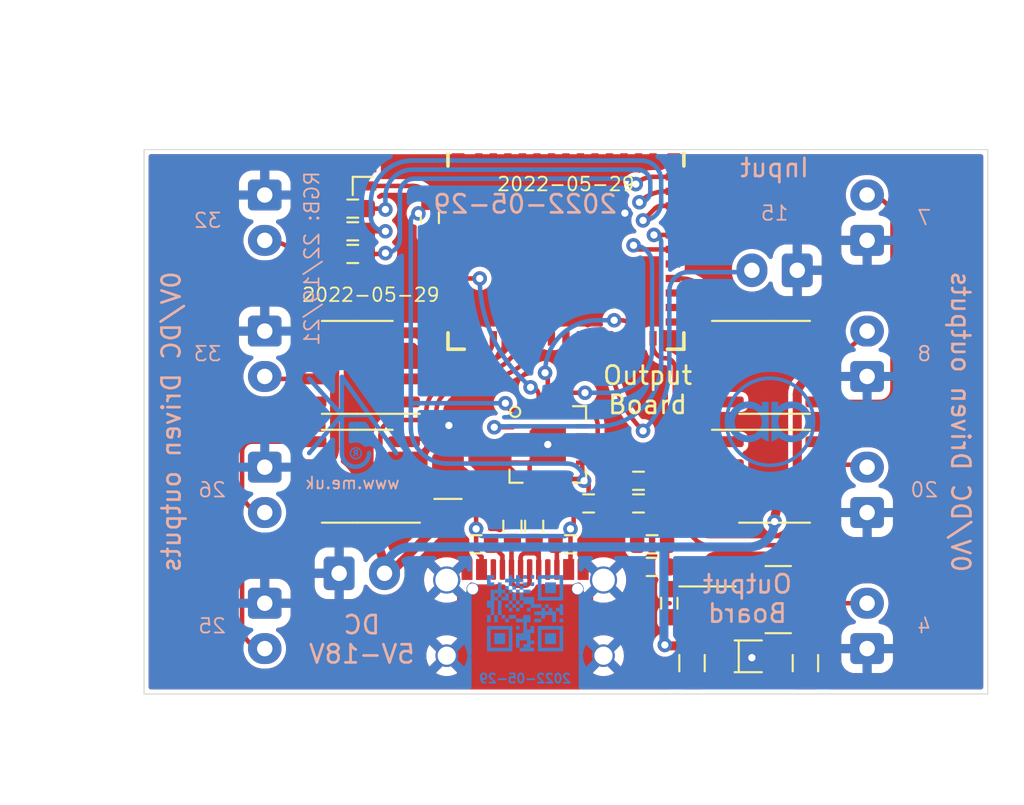
<source format=kicad_pcb>
(kicad_pcb (version 20211014) (generator pcbnew)
  (title_block (title "Output board (8)") (date "${DATE}") (rev "1") (company "Adrian Kennard, Andrews & Arnold Ltd"))
  (layers (0 "F.Cu" signal) (31 "B.Cu" signal) (34 "B.Paste" user) (35 "F.Paste" user) (36 "B.SilkS" user "B.Silkscreen") (37 "F.SilkS" user "F.Silkscreen") (38 "B.Mask" user) (39 "F.Mask" user) (44 "Edge.Cuts" user))
  (property "DATE" "2022-05-29")
  (net 0 "")
  (net 1 "GND")
  (net 2 "+3V3")
  (net 3 "VBUS")
  (net 4 "+12V")
  (net 6 "Net-(J1-PadA5)")
  (net 7 "Net-(J1-PadB5)")
  (net 9 "D-")
  (net 10 "D+")
  (net 11 "OUT1")
  (net 12 "OUT4")
  (net 13 "OUT3")
  (net 14 "O")
  (net 15 "I")
  (net 16 "OUT2")
  (net 24 "EN")
  (net 30 "BOOT")
  (net 31 "Net-(D1-Pad2)")
  (net 32 "Net-(D1-Pad3)")
  (net 33 "Net-(D1-Pad4)")
  (net 34 "OUT8")
  (net 35 "OUT7")
  (net 36 "OUT6")
  (net 37 "OUT5")
  (net 38 "O1")
  (net 39 "G")
  (net 40 "B")
  (net 41 "R")
  (net 42 "Net-(R2-Pad2)")
  (net 43 "O2")
  (net 48 "O5")
  (net 49 "O6")
  (net 51 "O3")
  (net 52 "O4")
  (net 55 "O7")
  (net 56 "O8")
  (net 60 "Net-(J1-PadA6)")
  (net 61 "Net-(J1-PadA7)")
  (net 62 "Net-(R11-Pad2)")
  (net 66 "I1")
  (footprint "RevK:Molex_MiniSPOX_H2RA" (layer "F.Cu") (at 88.15 41.75 -90)
    (fp_text reference "J4" hide)
    (fp_text value "O2")
  )
  (footprint "RevK:ESP32-PICO-MINI-02" (layer "F.Cu") (at 104.75 36)
    (fp_text reference "U1" hide)
    (fp_text value "ESP32-PICO-MINI-02")
  )
  (footprint "RevK:Hidden" (layer "F.Cu") (at 110.45 55.5 90)
    (fp_text reference "C2" hide)
    (fp_text value "0.1uF")
  )
  (footprint "RevK:QFN-20-1EP_4x4mm_P0.5mm_EP2.5x2.5mm" (layer "F.Cu") (at 103.75 46.75)
    (fp_text reference "U2" hide)
    (fp_text value "FT231XQ")
  )
  (footprint "RevK:Hidden" (layer "F.Cu") (at 111.7 58.8 90)
    (fp_text reference "C3" hide)
    (fp_text value "2.2uF")
  )
  (footprint "RevK:C_0603" (layer "F.Cu") (at 108.75 50)
    (fp_text reference "C1" hide)
    (fp_text value "0.1uF")
  )
  (footprint "RevK:R_0603" (layer "F.Cu") (at 105 52.25 180)
    (fp_text reference "R5" hide)
    (fp_text value "5K1")
  )
  (footprint "RevK:Hidden" (layer "F.Cu") (at 114.83 58.42)
    (fp_text reference "D3" hide)
    (fp_text value "Schottky")
  )
  (footprint "Package_SO:SO-8_3.9x4.9mm_P1.27mm" (layer "F.Cu") (at 116.25 42.5)
    (fp_text reference "U6" hide)
    (fp_text value "ISL89410")
  )
  (footprint "RevK:R_0603" (layer "F.Cu") (at 109.5 53.5)
    (fp_text reference "R12" hide)
    (fp_text value "30k 1% or NF")
  )
  (footprint "RevK:USC16-TR-Round" (layer "F.Cu") (at 102.5 60.5)
    (fp_text reference "J1" hide)
    (fp_text value "USB-C")
  )
  (footprint "RevK:Molex_MiniSPOX_H2RA" (layer "F.Cu") (at 88.15 34.25 -90)
    (fp_text reference "J3" hide)
    (fp_text value "O1")
  )
  (footprint "RevK:Hidden" (layer "F.Cu") (at 116.45 55.25)
    (fp_text reference "L1" hide)
    (fp_text value "6.8uH")
  )
  (footprint "RevK:R_0603" (layer "F.Cu") (at 109.5 52.25)
    (fp_text reference "R11" hide)
    (fp_text value "100k 1% or 0R")
  )
  (footprint "RevK:R_0603" (layer "F.Cu") (at 106 50)
    (fp_text reference "R2" hide)
    (fp_text value "4k7")
  )
  (footprint "Package_SO:SO-8_3.9x4.9mm_P1.27mm" (layer "F.Cu") (at 93.25 48.5 180)
    (fp_text reference "U5" hide)
    (fp_text value "ISL89410")
  )
  (footprint "RevK:Molex_MiniSPOX_H2RA" (layer "F.Cu") (at 121.35 34.25 90)
    (fp_text reference "J10" hide)
    (fp_text value "O8")
  )
  (footprint "RevK:D_1206" (layer "F.Cu") (at 98.25 49.25 90)
    (fp_text reference "D2" hide)
    (fp_text value "D")
  )
  (footprint "RevK:RegulatorBlockFB" (layer "F.Cu") (at 112.55 55.25)
    (fp_text reference "U7" hide)
    (fp_text value "LMR16006+FB")
  )
  (footprint "RevK:R_0603" (layer "F.Cu") (at 108.75 48.75)
    (fp_text reference "R3" hide)
    (fp_text value "10k")
  )
  (footprint "RevK:Molex_MiniSPOX_H2RA" (layer "F.Cu") (at 116.25 37.15 180)
    (fp_text reference "J11" hide)
    (fp_text value "O1")
  )
  (footprint "RevK:Molex_MiniSPOX_H2RA" (layer "F.Cu") (at 93.5 53.85)
    (fp_text reference "J2" hide)
    (fp_text value "POWER")
  )
  (footprint "RevK:R_0603" (layer "F.Cu") (at 93 35)
    (fp_text reference "R9" hide)
    (fp_text value "2K")
  )
  (footprint "RevK:Molex_MiniSPOX_H2RA" (layer "F.Cu") (at 88.15 56.75 -90)
    (fp_text reference "J6" hide)
    (fp_text value "O4")
  )
  (footprint "RevK:Molex_MiniSPOX_H2RA" (layer "F.Cu") (at 121.35 56.75 90)
    (fp_text reference "J7" hide)
    (fp_text value "O5")
  )
  (footprint "Package_SO:SO-8_3.9x4.9mm_P1.27mm" (layer "F.Cu") (at 116.25 48.5)
    (fp_text reference "U4" hide)
    (fp_text value "ISL89410")
  )
  (footprint "RevK:Molex_MiniSPOX_H2RA" (layer "F.Cu") (at 121.35 41.75 90)
    (fp_text reference "J9" hide)
    (fp_text value "O7")
  )
  (footprint "RevK:Molex_MiniSPOX_H2RA" (layer "F.Cu") (at 121.35 49.25 90)
    (fp_text reference "J8" hide)
    (fp_text value "O6")
  )
  (footprint "RevK:R_0603" (layer "F.Cu") (at 93 33.75)
    (fp_text reference "R8" hide)
    (fp_text value "680R")
  )
  (footprint "RevK:R_0603" (layer "F.Cu") (at 101.8 51.25 90)
    (fp_text reference "R6" hide)
    (fp_text value "27R")
  )
  (footprint "RevK:R_0603" (layer "F.Cu") (at 97.25 34.25 90)
    (fp_text reference "R1" hide)
    (fp_text value "10k")
  )
  (footprint "RevK:R_0603" (layer "F.Cu") (at 103 51.25 -90)
    (fp_text reference "R7" hide)
    (fp_text value "27R")
  )
  (footprint "RevK:LED-RGB-1.6x1.6" (layer "F.Cu") (at 93 32)
    (fp_text reference "D1" hide)
    (fp_text value "LED_RGBA")
  )
  (footprint "RevK:Molex_MiniSPOX_H2RA" (layer "F.Cu") (at 88.15 49.25 -90)
    (fp_text reference "J5" hide)
    (fp_text value "O3")
  )
  (footprint "RevK:R_0603" (layer "F.Cu") (at 99.8 52.25 180)
    (fp_text reference "R4" hide)
    (fp_text value "5K1")
  )
  (footprint "RevK:R_0603" (layer "F.Cu") (at 93 36.25)
    (fp_text reference "R10" hide)
    (fp_text value "220R")
  )
  (footprint "RevK:Hidden" (layer "F.Cu") (at 117.95 58.8 90)
    (fp_text reference "C4" hide)
    (fp_text value "10uF")
  )
  (footprint "Package_SO:SO-8_3.9x4.9mm_P1.27mm" (layer "F.Cu") (at 93.25 42.5 180)
    (fp_text reference "U3" hide)
    (fp_text value "ISL89410")
  )
  (footprint "RevK:AA" (layer "B.Cu") (at 116 45.5 180)
    (fp_text reference "U8" hide)
    (fp_text value "AA" hide)
  )
  (footprint "RevK:AJK" (layer "B.Cu") (at 92.4 45.125 180)
    (fp_text reference "AJK1" hide)
    (fp_text value "AJK" hide)
  )
  (footprint "RevK:QR-SS" (layer "B.Cu") (at 102.5 56.05 180)
    (fp_text reference "U9" hide)
    (fp_text value "QR" hide)
  )
  (gr_line (start 81.5 60.5) (end 81.5 30.5) (layer "Edge.Cuts") (width 0.05))
  (gr_line (start 81.5 60.5) (end 128 60.5) (layer "Edge.Cuts") (width 0.05))
  (gr_line (start 81.5 30.5) (end 128 30.5) (layer "Edge.Cuts") (width 0.05))
  (gr_line (start 128 30.5) (end 128 60.5) (layer "Edge.Cuts") (width 0.05))
  (gr_text "4" (at 124.5 56.75) (layer "B.SilkS") (effects (font (size 0.8 0.8) (thickness 0.1)) (justify mirror)))
  (gr_text "20" (at 124.5 49.25) (layer "B.SilkS") (effects (font (size 0.8 0.8) (thickness 0.1)) (justify mirror)))
  (gr_text "${DATE}" (at 102.5 33.5) (layer "B.SilkS") (effects (font (size 1 1)) (justify mirror)))
  (gr_text "0V/DC Driven outputs" (at 83 45.5 90) (layer "B.SilkS") (effects (font (size 1 1)) (justify mirror)))
  (gr_text "26" (at 85.25 49.25) (layer "B.SilkS") (effects (font (size 0.8 0.8) (thickness 0.1)) (justify mirror)))
  (gr_text "25" (at 85.25 56.75) (layer "B.SilkS") (effects (font (size 0.8 0.8) (thickness 0.1)) (justify mirror)))
  (gr_text "8" (at 124.5 41.75) (layer "B.SilkS") (effects (font (size 0.8 0.8) (thickness 0.1)) (justify mirror)))
  (gr_text "DC\n5V-18V" (at 93.5 57.5) (layer "B.SilkS") (effects (font (size 1 1)) (justify mirror)))
  (gr_text "15" (at 116.25 34) (layer "B.SilkS") (effects (font (size 0.8 0.8) (thickness 0.1)) (justify mirror)))
  (gr_text "RGB: 22/19/21" (at 90.75 36.5 90) (layer "B.SilkS") (effects (font (size 0.8 0.8) (thickness 0.1)) (justify mirror)))
  (gr_text "Output\nBoard" (at 114.75 55.25) (layer "B.SilkS") (effects (font (size 1 1)) (justify mirror)))
  (gr_text "32" (at 85 34.4) (layer "B.SilkS") (effects (font (size 0.8 0.8) (thickness 0.1)) (justify mirror)))
  (gr_text "7" (at 124.5 34.25) (layer "B.SilkS") (effects (font (size 0.8 0.8) (thickness 0.1)) (justify mirror)))
  (gr_text "Input" (at 116.25 31.5) (layer "B.SilkS") (effects (font (size 1 1)) (justify mirror)))
  (gr_text "0V/DC Driven outputs" (at 126.5 45.5 270) (layer "B.SilkS") (effects (font (size 1 1)) (justify mirror)))
  (gr_text "33" (at 85 41.75) (layer "B.SilkS") (effects (font (size 0.8 0.8) (thickness 0.1)) (justify mirror)))
  (gr_text "${DATE}" (at 94 38.5) (layer "F.SilkS") (effects (font (size 0.75 0.75) (thickness 0.1))))
  (gr_text "Output\nBoard" (at 109.25 43.75) (layer "F.SilkS") (effects (font (size 1 1))))
  (segment (start 101.85 47.75) (end 102.75 47.75) (width 0.25) (layer "F.Cu") (net 1))
  (segment (start 105.65 46.75) (end 103.75 46.75) (width 0.25) (layer "F.Cu") (net 1))
  (segment (start 101.85 47.25) (end 103.25 47.25) (width 0.25) (layer "F.Cu") (net 1))
  (segment (start 98.3 45.7) (end 96.354203 47.645797) (width 0.25) (layer "F.Cu") (net 1))
  (segment (start 102.75 48.65) (end 102.75 47.75) (width 0.25) (layer "F.Cu") (net 1))
  (segment (start 116.3125 58.42) (end 115.08 58.42) (width 0.5) (layer "F.Cu") (net 1))
  (segment (start 101.85 46.25) (end 103.25 46.25) (width 0.25) (layer "F.Cu") (net 1))
  (segment (start 101.85 46.75) (end 103.75 46.75) (width 0.25) (layer "F.Cu") (net 1))
  (segment (start 103.25 46.25) (end 103.75 46.75) (width 0.25) (layer "F.Cu") (net 1))
  (segment (start 102.75 47.75) (end 103.75 46.75) (width 0.25) (layer "F.Cu") (net 1))
  (via (at 115 58.5) (size 0.8) (drill 0.4) (layers "F.Cu" "B.Cu") (net 1))
  (via (at 108 34) (size 0.8) (drill 0.4) (layers "F.Cu" "B.Cu") (net 1))
  (via (at 98.3 45.7) (size 0.8) (drill 0.4) (layers "F.Cu" "B.Cu") (net 1))
  (via (at 103.75 46.75) (size 0.8) (drill 0.4) (layers "F.Cu" "B.Cu") (net 1))
  (arc (start 115.08 58.42) (mid 115.023431 58.443431) (end 115 58.5) (width 0.5) (layer "F.Cu") (net 1))
  (arc (start 96.354203 47.645797) (mid 96.111402 47.808031) (end 95.825 47.865) (width 0.25) (layer "F.Cu") (net 1))
  (segment (start 102.75 44.85) (end 101.85 44.85) (width 0.25) (layer "F.Cu") (net 2))
  (segment (start 108.675 50.7) (end 108.675 50.925) (width 0.25) (layer "F.Cu") (net 2))
  (segment (start 106.583217 50.975) (end 108.625 50.975) (width 0.25) (layer "F.Cu") (net 2))
  (segment (start 117.2 52.3) (end 112.624264 52.3) (width 0.25) (layer "F.Cu") (net 2))
  (segment (start 101.431962 44.573157) (end 101.431962 44.493551) (width 0.25) (layer "F.Cu") (net 2))
  (segment (start 97.20912 33.425) (end 96.620205 34.013915) (width 0.25) (layer "F.Cu") (net 2))
  (segment (start 105.65 47.25) (end 105.65 47.75) (width 0.25) (layer "F.Cu") (net 2))
  (segment (start 105.65 47.75) (end 105.65 48.65) (width 0.25) (layer "F.Cu") (net 2))
  (segment (start 98.85 33.6) (end 97.425 33.6) (width 0.25) (layer "F.Cu") (net 2))
  (segment (start 93.875 32.5) (end 96.325 32.5) (width 0.25) (layer "F.Cu") (net 2))
  (segment (start 118 55.25) (end 118 53.1) (width 0.25) (layer "F.Cu") (net 2))
  (segment (start 104.75 48.65) (end 105.65 48.65) (width 0.25) (layer "F.Cu") (net 2))
  (segment (start 101.431962 44.493551) (end 101.412911 44.4745) (width 0.25) (layer "F.Cu") (net 2))
  (segment (start 108.675 51.325) (end 108.675 52.25) (width 0.25) (layer "F.Cu") (net 2))
  (segment (start 108.675 50.925) (end 108.675 51.325) (width 0.25) (layer "F.Cu") (net 2))
  (segment (start 97.25 33.425) (end 97.20912 33.425) (width 0.25) (layer "F.Cu") (net 2))
  (segment (start 111.9 52) (end 111.7 51.8) (width 0.25) (layer "F.Cu") (net 2))
  (segment (start 106 49) (end 106 50.391783) (width 0.25) (layer "F.Cu") (net 2))
  (segment (start 108.75 51.4) (end 110.734315 51.4) (width 0.25) (layer "F.Cu") (net 2))
  (via (at 105.75 48.75) (size 0.8) (drill 0.4) (layers "F.Cu" "B.Cu") (net 2))
  (via (at 96.620205 34.013915) (size 0.8) (drill 0.4) (layers "F.Cu" "B.Cu") (net 2))
  (via (at 101.412911 44.4745) (size 0.8) (drill 0.4) (layers "F.Cu" "B.Cu") (net 2))
  (arc (start 101.85 44.85) (mid 101.599993 44.774161) (end 101.431962 44.573157) (width 0.25) (layer "F.Cu") (net 2))
  (arc (start 108.625 50.975) (mid 108.660355 50.960355) (end 108.675 50.925) (width 0.25) (layer "F.Cu") (net 2))
  (arc (start 106 50.391783) (mid 106.17082 50.80418) (end 106.583217 50.975) (width 0.25) (layer "F.Cu") (net 2))
  (arc (start 108.75 51.4) (mid 108.696967 51.378033) (end 108.675 51.325) (width 0.25) (layer "F.Cu") (net 2))
  (arc (start 105.65 48.65) (mid 105.679289 48.720711) (end 105.75 48.75) (width 0.25) (layer "F.Cu") (net 2))
  (arc (start 107.975 50) (mid 108.469975 50.205025) (end 108.675 50.7) (width 0.25) (layer "F.Cu") (net 2))
  (arc (start 117.95 55.3) (mid 117.985355 55.285355) (end 118 55.25) (width 0.25) (layer "F.Cu") (net 2))
  (arc (start 118 53.1) (mid 117.765685 52.534315) (end 117.2 52.3) (width 0.25) (layer "F.Cu") (net 2))
  (arc (start 105.75 48.75) (mid 105.926777 48.823223) (end 106 49) (width 0.25) (layer "F.Cu") (net 2))
  (arc (start 97.425 33.6) (mid 97.301256 33.548744) (end 97.25 33.425) (width 0.25) (layer "F.Cu") (net 2))
  (arc (start 96.325 32.5) (mid 96.979074 32.770926) (end 97.25 33.425) (width 0.25) (layer "F.Cu") (net 2))
  (arc (start 111.7 51.8) (mid 111.25694 51.503957) (end 110.734315 51.4) (width 0.25) (layer "F.Cu") (net 2))
  (arc (start 112.624264 52.3) (mid 112.232295 52.222033) (end 111.9 52) (width 0.25) (layer "F.Cu") (net 2))
  (segment (start 98.2 47.8) (end 104.7 47.8) (width 0.25) (layer "B.Cu") (net 2))
  (segment (start 104.7 47.8) (end 104.8 47.8) (width 0.25) (layer "B.Cu") (net 2))
  (segment (start 101.412911 44.4745) (end 96.2745 44.4745) (width 0.25) (layer "B.Cu") (net 2))
  (segment (start 96.2 45.8) (end 96.2 44.4) (width 0.25) (layer "B.Cu") (net 2))
  (segment (start 96.2 34.43412) (end 96.2 44.4) (width 0.25) (layer "B.Cu") (net 2))
  (arc (start 98.2 47.8) (mid 96.785786 47.214214) (end 96.2 45.8) (width 0.25) (layer "B.Cu") (net 2))
  (arc (start 104.8 47.8) (mid 105.471751 48.078249) (end 105.75 48.75) (width 0.25) (layer "B.Cu") (net 2))
  (arc (start 96.2745 44.4745) (mid 96.221821 44.452679) (end 96.2 44.4) (width 0.25) (layer "B.Cu") (net 2))
  (arc (start 96.620205 34.013915) (mid 96.323075 34.13699) (end 96.2 34.43412) (width 0.25) (layer "B.Cu") (net 2))
  (segment (start 99.8 49.4) (end 99.8 51.4) (width 0.25) (layer "F.Cu") (net 3))
  (segment (start 99.8 52.641783) (end 99.8 51.4) (width 0.25) (layer "F.Cu") (net 3))
  (segment (start 105 51.4) (end 105 53.54) (width 0.25) (layer "F.Cu") (net 3))
  (segment (start 105.175 50) (end 105.175 51.225) (width 0.25) (layer "F.Cu") (net 3))
  (segment (start 100.1 53.64) (end 100.1 52.941783) (width 0.25) (layer "F.Cu") (net 3))
  (segment (start 100.1 52.941783) (end 99.8 52.641783) (width 0.25) (layer "F.Cu") (net 3))
  (segment (start 105 53.54) (end 104.9 53.64) (width 0.25) (layer "F.Cu") (net 3))
  (via (at 105 51.4) (size 0.8) (drill 0.4) (layers "F.Cu" "B.Cu") (net 3))
  (via (at 99.8 51.4) (size 0.8) (drill 0.4) (layers "F.Cu" "B.Cu") (net 3))
  (arc (start 98.25 47.85) (mid 99.346016 48.303984) (end 99.8 49.4) (width 0.25) (layer "F.Cu") (net 3))
  (arc (start 105.175 51.225) (mid 105.123744 51.348744) (end 105 51.4) (width 0.25) (layer "F.Cu") (net 3))
  (segment (start 100.2 51.8) (end 104.6 51.8) (width 0.25) (layer "B.Cu") (net 3))
  (arc (start 99.8 51.4) (mid 99.917157 51.682843) (end 100.2 51.8) (width 0.25) (layer "B.Cu") (net 3))
  (arc (start 104.6 51.8) (mid 104.882843 51.682843) (end 105 51.4) (width 0.25) (layer "B.Cu") (net 3))
  (segment (start 93.75 51.5) (end 93.795405 51.545405) (width 0.5) (layer "F.Cu") (net 4))
  (segment (start 117.5 44.007151) (end 117.5 48.262849) (width 0.5) (layer "F.Cu") (net 4))
  (segment (start 91.127849 41.865) (end 90.675 41.865) (width 0.5) (layer "F.Cu") (net 4))
  (segment (start 93.466192 51.216193) (end 93.75 51.5) (width 0.5) (layer "F.Cu") (net 4))
  (segment (start 111.7 57.85) (end 110.32071 57.85) (width 0.5) (layer "F.Cu") (net 4))
  (segment (start 118.825 43.135) (end 118.372151 43.135) (width 0.5) (layer "F.Cu") (net 4))
  (segment (start 118.372151 49.135) (end 118.825 49.135) (width 0.5) (layer "F.Cu") (net 4))
  (segment (start 118.825 49.135) (end 118.115 49.135) (width 0.5) (layer "F.Cu") (net 4))
  (segment (start 90.675 47.865) (end 91.127849 47.865) (width 0.5) (layer "F.Cu") (net 4))
  (segment (start 111.6 56.6) (end 112.55 56.6) (width 0.25) (layer "F.Cu") (net 4))
  (segment (start 92 46.992849) (end 92 42.737151) (width 0.5) (layer "F.Cu") (net 4))
  (segment (start 98.25 50.65) (end 95.262132 53.637868) (width 0.5) (layer "F.Cu") (net 4))
  (via (at 110.2 57.8) (size 0.8) (drill 0.4) (layers "F.Cu" "B.Cu") (net 4))
  (via (at 116.25 51) (size 0.8) (drill 0.4) (layers "F.Cu" "B.Cu") (net 4))
  (arc (start 117.5 48.262849) (mid 117.755447 48.879553) (end 118.372151 49.135) (width 0.5) (layer "F.Cu") (net 4))
  (arc (start 118.115 49.135) (mid 116.796246 49.681246) (end 116.25 51) (width 0.5) (layer "F.Cu") (net 4))
  (arc (start 92.75 49.487151) (mid 92.936132 50.422902) (end 93.466192 51.216193) (width 0.5) (layer "F.Cu") (net 4))
  (arc (start 92 42.737151) (mid 91.744553 42.120447) (end 91.127849 41.865) (width 0.5) (layer "F.Cu") (net 4))
  (arc (start 91.127849 47.865) (mid 92.274883 48.340117) (end 92.75 49.487151) (width 0.5) (layer "F.Cu") (net 4))
  (arc (start 91.127849 47.865) (mid 91.744553 47.609553) (end 92 46.992849) (width 0.5) (layer "F.Cu") (net 4))
  (arc (start 95.262132 53.637868) (mid 95.027163 53.794869) (end 94.75 53.85) (width 0.5) (layer "F.Cu") (net 4))
  (arc (start 110.32071 57.85) (mid 110.255382 57.837005) (end 110.2 57.8) (width 0.5) (layer "F.Cu") (net 4))
  (arc (start 93.795405 51.545405) (mid 94.501908 52.602762) (end 94.75 53.85) (width 0.5) (layer "F.Cu") (net 4))
  (arc (start 118.372151 43.135) (mid 117.755447 43.390447) (end 117.5 44.007151) (width 0.5) (layer "F.Cu") (net 4))
  (segment (start 110.15 52.4) (end 114.85 52.4) (width 0.5) (layer "B.Cu") (net 4))
  (segment (start 96.2 52.4) (end 110.15 52.4) (width 0.5) (layer "B.Cu") (net 4))
  (segment (start 110.15 57.75) (end 110.15 52.4) (width 0.5) (layer "B.Cu") (net 4))
  (arc (start 110.2 57.8) (mid 110.164645 57.785355) (end 110.15 57.75) (width 0.5) (layer "B.Cu") (net 4))
  (arc (start 114.85 52.4) (mid 115.839949 51.989949) (end 116.25 51) (width 0.5) (layer "B.Cu") (net 4))
  (arc (start 96.2 52.4) (mid 95.174695 52.824695) (end 94.75 53.85) (width 0.5) (layer "B.Cu") (net 4))
  (segment (start 101.25 52.875) (end 101.25 53.64) (width 0.25) (layer "F.Cu") (net 6))
  (segment (start 100.625 52.25) (end 101.25 52.875) (width 0.25) (layer "F.Cu") (net 6))
  (segment (start 104.25 52.325) (end 104.25 53.64) (width 0.25) (layer "F.Cu") (net 7))
  (segment (start 104.175 52.25) (end 104.25 52.325) (width 0.25) (layer "F.Cu") (net 7))
  (segment (start 101.8 50.441783) (end 101.8 50.425) (width 0.25) (layer "F.Cu") (net 9))
  (segment (start 104.25 48.65) (end 104.25 50.15) (width 0.25) (layer "F.Cu") (net 9))
  (segment (start 103.2 51.2) (end 102.558217 51.2) (width 0.25) (layer "F.Cu") (net 9))
  (arc (start 102.558217 51.2) (mid 102.022077 50.977923) (end 101.8 50.441783) (width 0.25) (layer "F.Cu") (net 9))
  (arc (start 104.25 50.15) (mid 103.942462 50.892462) (end 103.2 51.2) (width 0.25) (layer "F.Cu") (net 9))
  (segment (start 103.75 48.65) (end 103.75 49.675) (width 0.25) (layer "F.Cu") (net 10))
  (arc (start 103.75 49.675) (mid 103.53033 50.20533) (end 103 50.425) (width 0.25) (layer "F.Cu") (net 10))
  (segment (start 99.95 40.9) (end 99.95 41.1) (width 0.25) (layer "F.Cu") (net 11))
  (segment (start 99.35 41.7) (end 98.065685 41.7) (width 0.25) (layer "F.Cu") (net 11))
  (segment (start 97.1 41.3) (end 96.798051 40.998051) (width 0.25) (layer "F.Cu") (net 11))
  (arc (start 96.798051 40.998051) (mid 96.351611 40.69975) (end 95.825 40.595) (width 0.25) (layer "F.Cu") (net 11))
  (arc (start 98.065685 41.7) (mid 97.54306 41.596043) (end 97.1 41.3) (width 0.25) (layer "F.Cu") (net 11))
  (arc (start 99.95 41.1) (mid 99.774264 41.524264) (end 99.35 41.7) (width 0.25) (layer "F.Cu") (net 11))
  (segment (start 102.032493 41.666528) (end 101.564016 42.135006) (width 0.25) (layer "F.Cu") (net 12))
  (segment (start 95.825 49.135) (end 95.483392 49.135) (width 0.25) (layer "F.Cu") (net 12))
  (segment (start 99.687946 42.7) (end 100.2 42.7) (width 0.25) (layer "F.Cu") (net 12))
  (segment (start 95.4 45.4) (end 96.6 45.4) (width 0.25) (layer "F.Cu") (net 12))
  (segment (start 94.524196 48.175804) (end 94.524196 46.275804) (width 0.25) (layer "F.Cu") (net 12))
  (segment (start 97.539694 43.77629) (end 97.857992 43.457992) (width 0.25) (layer "F.Cu") (net 12))
  (arc (start 100.2 42.7) (mid 100.9382 42.553163) (end 101.564016 42.135006) (width 0.25) (layer "F.Cu") (net 12))
  (arc (start 96.6 45.4) (mid 96.922456 45.266434) (end 97.056022 44.943978) (width 0.25) (layer "F.Cu") (net 12))
  (arc (start 102.35 40.9) (mid 102.267483 41.314842) (end 102.032493 41.666528) (width 0.25) (layer "F.Cu") (net 12))
  (arc (start 94.524196 46.275804) (mid 94.780713 45.656517) (end 95.4 45.4) (width 0.25) (layer "F.Cu") (net 12))
  (arc (start 95.483392 49.135) (mid 94.805138 48.854058) (end 94.524196 48.175804) (width 0.25) (layer "F.Cu") (net 12))
  (arc (start 97.056022 44.943978) (mid 97.181724 44.31203) (end 97.539694 43.77629) (width 0.25) (layer "F.Cu") (net 12))
  (arc (start 97.857992 43.457992) (mid 98.697582 42.896996) (end 99.687946 42.7) (width 0.25) (layer "F.Cu") (net 12))
  (segment (start 102.65 42.05) (end 102.56066 42.13934) (width 0.25) (layer "F.Cu") (net 13))
  (segment (start 96.005 46.595) (end 95.825 46.595) (width 0.25) (layer "F.Cu") (net 13))
  (segment (start 98.3 43.7) (end 98.024264 43.975736) (width 0.25) (layer "F.Cu") (net 13))
  (segment (start 102.690381 42.00962) (end 102.65 42.05) (width 0.25) (layer "F.Cu") (net 13))
  (segment (start 100 43.2) (end 99.507106 43.2) (width 0.25) (layer "F.Cu") (net 13))
  (arc (start 98.024264 43.975736) (mid 97.710263 44.445672) (end 97.6 45) (width 0.25) (layer "F.Cu") (net 13))
  (arc (start 102.56066 42.13934) (mid 101.385819 42.924343) (end 100 43.2) (width 0.25) (layer "F.Cu") (net 13))
  (arc (start 97.6 45) (mid 97.132835 46.127835) (end 96.005 46.595) (width 0.25) (layer "F.Cu") (net 13))
  (arc (start 99.507106 43.2) (mid 98.853825 43.329946) (end 98.3 43.7) (width 0.25) (layer "F.Cu") (net 13))
  (arc (start 103.15 40.9) (mid 103.030549 41.500522) (end 102.690381 42.00962) (width 0.25) (layer "F.Cu") (net 13))
  (segment (start 100.8 45.8) (end 101.8 45.8) (width 0.25) (layer "F.Cu") (net 14))
  (segment (start 110.65 35.2) (end 109.6 35.2) (width 0.25) (layer "F.Cu") (net 14))
  (via (at 109.6 35.2) (size 0.8) (drill 0.4) (layers "F.Cu" "B.Cu") (net 14))
  (via (at 100.8 45.8) (size 0.8) (drill 0.4) (layers "F.Cu" "B.Cu") (net 14))
  (arc (start 101.8 45.8) (mid 101.835355 45.785355) (end 101.85 45.75) (width 0.25) (layer "F.Cu") (net 14))
  (segment (start 106.5 45.75) (end 100.85 45.75) (width 0.25) (layer "B.Cu") (net 14))
  (segment (start 110 35.6) (end 110 42.25) (width 0.25) (layer "B.Cu") (net 14))
  (arc (start 109.6 35.2) (mid 109.882843 35.317157) (end 110 35.6) (width 0.25) (layer "B.Cu") (net 14))
  (arc (start 110 42.25) (mid 108.974874 44.724874) (end 106.5 45.75) (width 0.25) (layer "B.Cu") (net 14))
  (arc (start 100.85 45.75) (mid 100.814645 45.764645) (end 100.8 45.8) (width 0.25) (layer "B.Cu") (net 14))
  (segment (start 104.25 44.85) (end 104.25 44.452672) (width 0.25) (layer "F.Cu") (net 15))
  (segment (start 108.703195 36) (end 108.4755 35.772305) (width 0.25) (layer "F.Cu") (net 15))
  (segment (start 110.65 36) (end 108.703195 36) (width 0.25) (layer "F.Cu") (net 15))
  (segment (start 104.802672 43.9) (end 105.8 43.9) (width 0.25) (layer "F.Cu") (net 15))
  (via (at 105.8 43.9) (size 0.8) (drill 0.4) (layers "F.Cu" "B.Cu") (net 15))
  (via (at 108.4755 35.772305) (size 0.8) (drill 0.4) (layers "F.Cu" "B.Cu") (net 15))
  (arc (start 104.25 44.452672) (mid 104.411874 44.061874) (end 104.802672 43.9) (width 0.25) (layer "F.Cu") (net 15))
  (segment (start 105.8 43.9) (end 107.1 43.9) (width 0.25) (layer "B.Cu") (net 15))
  (segment (start 109.5 41.5) (end 109.5 36.796805) (width 0.25) (layer "B.Cu") (net 15))
  (arc (start 107.1 43.9) (mid 108.797056 43.197056) (end 109.5 41.5) (width 0.25) (layer "B.Cu") (net 15))
  (arc (start 109.5 36.796805) (mid 109.199931 36.072374) (end 108.4755 35.772305) (width 0.25) (layer "B.Cu") (net 15))
  (segment (start 96.949818 43.135) (end 95.825 43.135) (width 0.25) (layer "F.Cu") (net 16))
  (segment (start 99.207106 42.2) (end 99.45 42.2) (width 0.25) (layer "F.Cu") (net 16))
  (arc (start 98 42.7) (mid 97.518172 43.021947) (end 96.949818 43.135) (width 0.25) (layer "F.Cu") (net 16))
  (arc (start 99.45 42.2) (mid 100.369239 41.819239) (end 100.75 40.9) (width 0.25) (layer "F.Cu") (net 16))
  (arc (start 99.207106 42.2) (mid 98.553825 42.329946) (end 98 42.7) (width 0.25) (layer "F.Cu") (net 16))
  (segment (start 100 37.6) (end 98.85 37.6) (width 0.25) (layer "F.Cu") (net 24))
  (segment (start 103.25 44.05) (end 103.25 44.85) (width 0.25) (layer "F.Cu") (net 24))
  (segment (start 97.25 35.075) (end 97.25 36) (width 0.25) (layer "F.Cu") (net 24))
  (via (at 100 37.6) (size 0.8) (drill 0.4) (layers "F.Cu" "B.Cu") (net 24))
  (via (at 102.8 43.6) (size 0.8) (drill 0.4) (layers "F.Cu" "B.Cu") (net 24))
  (arc (start 102.8 43.6) (mid 103.118198 43.731802) (end 103.25 44.05) (width 0.25) (layer "F.Cu") (net 24))
  (arc (start 97.25 36) (mid 97.718629 37.131371) (end 98.85 37.6) (width 0.25) (layer "F.Cu") (net 24))
  (segment (start 102.262742 43.062741) (end 102.8 43.6) (width 0.25) (layer "B.Cu") (net 24))
  (arc (start 100 37.6) (mid 100.588067 40.556414) (end 102.262742 43.062741) (width 0.25) (layer "B.Cu") (net 24))
  (segment (start 107.409653 39.903473) (end 107.753473 39.903473) (width 0.25) (layer "F.Cu") (net 30))
  (segment (start 103.75 42.95) (end 103.75 44.85) (width 0.25) (layer "F.Cu") (net 30))
  (segment (start 103.6 42.8) (end 103.75 42.95) (width 0.25) (layer "F.Cu") (net 30))
  (via (at 103.6 42.8) (size 0.8) (drill 0.4) (layers "F.Cu" "B.Cu") (net 30))
  (via (at 107.409653 39.903473) (size 0.8) (drill 0.4) (layers "F.Cu" "B.Cu") (net 30))
  (arc (start 107.753473 39.903473) (mid 108.458124 40.195349) (end 108.75 40.9) (width 0.25) (layer "F.Cu") (net 30))
  (segment (start 106.496527 39.903473) (end 107.409653 39.903473) (width 0.25) (layer "B.Cu") (net 30))
  (arc (start 103.6 42.8) (mid 104.448373 40.751846) (end 106.496527 39.903473) (width 0.25) (layer "B.Cu") (net 30))
  (segment (start 92.125 32.5) (end 92.125 33.7) (width 0.25) (layer "F.Cu") (net 31))
  (segment (start 92.125 33.7) (end 92.175 33.75) (width 0.25) (layer "F.Cu") (net 31))
  (segment (start 91.25 32.2) (end 91.25 34.075) (width 0.25) (layer "F.Cu") (net 32))
  (segment (start 92.125 31.5) (end 91.95 31.5) (width 0.25) (layer "F.Cu") (net 32))
  (arc (start 91.95 31.5) (mid 91.455025 31.705025) (end 91.25 32.2) (width 0.25) (layer "F.Cu") (net 32))
  (arc (start 91.25 34.075) (mid 91.520926 34.729074) (end 92.175 35) (width 0.25) (layer "F.Cu") (net 32))
  (segment (start 92.25 36.25) (end 92.175 36.25) (width 0.25) (layer "F.Cu") (net 33))
  (segment (start 93 32.2) (end 93 35.5) (width 0.25) (layer "F.Cu") (net 33))
  (segment (start 93.875 31.5) (end 93.7 31.5) (width 0.25) (layer "F.Cu") (net 33))
  (arc (start 93 35.5) (mid 92.78033 36.03033) (end 92.25 36.25) (width 0.25) (layer "F.Cu") (net 33))
  (arc (start 93.7 31.5) (mid 93.205025 31.705025) (end 93 32.2) (width 0.25) (layer "F.Cu") (net 33))
  (segment (start 112.25 43.5) (end 112.25 40) (width 0.25) (layer "F.Cu") (net 34))
  (segment (start 113.675 44.405) (end 113.155 44.405) (width 0.25) (layer "F.Cu") (net 34))
  (arc (start 112.25 40) (mid 111.781371 38.868629) (end 110.65 38.4) (width 0.25) (layer "F.Cu") (net 34))
  (arc (start 113.155 44.405) (mid 112.515068 44.139932) (end 112.25 43.5) (width 0.25) (layer "F.Cu") (net 34))
  (segment (start 114.376072 39.75) (end 113.25 39.75) (width 0.25) (layer "F.Cu") (net 35))
  (segment (start 113.675 41.865) (end 113.951072 41.865) (width 0.25) (layer "F.Cu") (net 35))
  (segment (start 115 40.816072) (end 115 40.373928) (width 0.25) (layer "F.Cu") (net 35))
  (segment (start 111.1 37.6) (end 110.65 37.6) (width 0.25) (layer "F.Cu") (net 35))
  (arc (start 115 40.373928) (mid 114.817256 39.932744) (end 114.376072 39.75) (width 0.25) (layer "F.Cu") (net 35))
  (arc (start 113.25 39.75) (mid 112.896447 39.603553) (end 112.75 39.25) (width 0.25) (layer "F.Cu") (net 35))
  (arc (start 113.951072 41.865) (mid 114.692776 41.557776) (end 115 40.816072) (width 0.25) (layer "F.Cu") (net 35))
  (arc (start 112.75 39.25) (mid 112.266726 38.083274) (end 111.1 37.6) (width 0.25) (layer "F.Cu") (net 35))
  (segment (start 113.675 47.865) (end 113.354497 47.865) (width 0.25) (layer "F.Cu") (net 36))
  (segment (start 110.65 39.2) (end 110.95 39.2) (width 0.25) (layer "F.Cu") (net 36))
  (segment (start 111.800489 40.050489) (end 111.800489 46.310992) (width 0.25) (layer "F.Cu") (net 36))
  (arc (start 113.354497 47.865) (mid 112.255647 47.409842) (end 111.800489 46.310992) (width 0.25) (layer "F.Cu") (net 36))
  (arc (start 110.95 39.2) (mid 111.551387 39.449102) (end 111.800489 40.050489) (width 0.25) (layer "F.Cu") (net 36))
  (segment (start 109.55 41.3) (end 109.55 40.9) (width 0.25) (layer "F.Cu") (net 37))
  (segment (start 110.75 47.48) (end 110.75 42.5) (width 0.25) (layer "F.Cu") (net 37))
  (arc (start 110.25 42) (mid 109.755025 41.794975) (end 109.55 41.3) (width 0.25) (layer "F.Cu") (net 37))
  (arc (start 113.675 50.405) (mid 111.606713 49.548287) (end 110.75 47.48) (width 0.25) (layer "F.Cu") (net 37))
  (arc (start 110.75 42.5) (mid 110.603553 42.146447) (end 110.25 42) (width 0.25) (layer "F.Cu") (net 37))
  (segment (start 90.675 38.025) (end 90.675 40.595) (width 0.25) (layer "F.Cu") (net 38))
  (arc (start 88.15 35.5) (mid 89.935445 36.239555) (end 90.675 38.025) (width 0.25) (layer "F.Cu") (net 38))
  (segment (start 110.65 33.6) (end 110 33.6) (width 0.25) (layer "F.Cu") (net 39))
  (segment (start 109.658578 33.741421) (end 109 34.4) (width 0.25) (layer "F.Cu") (net 39))
  (segment (start 93.825 35) (end 94.8 35) (width 0.25) (layer "F.Cu") (net 39))
  (via (at 109 34.4) (size 0.8) (drill 0.4) (layers "F.Cu" "B.Cu") (net 39))
  (via (at 94.8 35) (size 0.8) (drill 0.4) (layers "F.Cu" "B.Cu") (net 39))
  (arc (start 110 33.6) (mid 109.815224 33.636754) (end 109.658578 33.741421) (width 0.25) (layer "F.Cu") (net 39))
  (segment (start 108.9 31.1) (end 96.3 31.1) (width 0.25) (layer "B.Cu") (net 39))
  (segment (start 110 33.4) (end 110 32.2) (width 0.25) (layer "B.Cu") (net 39))
  (segment (start 94 33.4) (end 94 34.2) (width 0.25) (layer "B.Cu") (net 39))
  (arc (start 109 34.4) (mid 109.707107 34.107107) (end 110 33.4) (width 0.25) (layer "B.Cu") (net 39))
  (arc (start 96.3 31.1) (mid 94.673654 31.773654) (end 94 33.4) (width 0.25) (layer "B.Cu") (net 39))
  (arc (start 110 32.2) (mid 109.677817 31.422183) (end 108.9 31.1) (width 0.25) (layer "B.Cu") (net 39))
  (arc (start 94 34.2) (mid 94.234315 34.765685) (end 94.8 35) (width 0.25) (layer "B.Cu") (net 39))
  (segment (start 110.65 32) (end 109.565685 32) (width 0.25) (layer "F.Cu") (net 40))
  (segment (start 93.825 36.25) (end 94.75 36.25) (width 0.25) (layer "F.Cu") (net 40))
  (via (at 108.6 32.4) (size 0.8) (drill 0.4) (layers "F.Cu" "B.Cu") (net 40))
  (via (at 94.8 36.2) (size 0.8) (drill 0.4) (layers "F.Cu" "B.Cu") (net 40))
  (arc (start 94.75 36.25) (mid 94.785355 36.235355) (end 94.8 36.2) (width 0.25) (layer "F.Cu") (net 40))
  (arc (start 109.565685 32) (mid 109.04306 32.103957) (end 108.6 32.4) (width 0.25) (layer "F.Cu") (net 40))
  (segment (start 95.6 35.4) (end 95.6 32.9) (width 0.25) (layer "B.Cu") (net 40))
  (segment (start 108.3 32.1) (end 96.4 32.1) (width 0.25) (layer "B.Cu") (net 40))
  (arc (start 108.6 32.4) (mid 108.512132 32.187868) (end 108.3 32.1) (width 0.25) (layer "B.Cu") (net 40))
  (arc (start 94.8 36.2) (mid 95.365685 35.965685) (end 95.6 35.4) (width 0.25) (layer "B.Cu") (net 40))
  (arc (start 108.4 32.2) (mid 108.541421 32.258579) (end 108.6 32.4) (width 0.25) (layer "B.Cu") (net 40))
  (arc (start 96.4 32.1) (mid 95.834315 32.334315) (end 95.6 32.9) (width 0.25) (layer "B.Cu") (net 40))
  (segment (start 93.825 33.75) (end 94.75 33.75) (width 0.25) (layer "F.Cu") (net 41))
  (segment (start 110.65 32.8) (end 110.248528 32.8) (width 0.25) (layer "F.Cu") (net 41))
  (via (at 94.8 33.8) (size 0.8) (drill 0.4) (layers "F.Cu" "B.Cu") (net 41))
  (via (at 108.8 33.4) (size 0.8) (drill 0.4) (layers "F.Cu" "B.Cu") (net 41))
  (arc (start 110.248528 32.8) (mid 109.464591 32.955935) (end 108.8 33.4) (width 0.25) (layer "F.Cu") (net 41))
  (arc (start 94.75 33.75) (mid 94.785355 33.764645) (end 94.8 33.8) (width 0.25) (layer "F.Cu") (net 41))
  (segment (start 96.3 31.6) (end 108.7 31.6) (width 0.25) (layer "B.Cu") (net 41))
  (segment (start 94.8 33.8) (end 94.8 33.1) (width 0.25) (layer "B.Cu") (net 41))
  (segment (start 109.4 32.8) (end 109.4 32.3) (width 0.25) (layer "B.Cu") (net 41))
  (arc (start 109.4 32.3) (mid 109.194975 31.805025) (end 108.7 31.6) (width 0.25) (layer "B.Cu") (net 41))
  (arc (start 108.8 33.4) (mid 109.224264 33.224264) (end 109.4 32.8) (width 0.25) (layer "B.Cu") (net 41))
  (arc (start 94.8 33.1) (mid 95.23934 32.03934) (end 96.3 31.6) (width 0.25) (layer "B.Cu") (net 41))
  (segment (start 106.5 45.702672) (end 106.5 48.75) (width 0.25) (layer "F.Cu") (net 42))
  (segment (start 107.925 48.75) (end 106.5 48.75) (width 0.25) (layer "F.Cu") (net 42))
  (segment (start 106.5 48.75) (end 106.5 49.675) (width 0.25) (layer "F.Cu") (net 42))
  (segment (start 104.75 44.85) (end 105.647328 44.85) (width 0.25) (layer "F.Cu") (net 42))
  (arc (start 105.647328 44.85) (mid 106.250258 45.099742) (end 106.5 45.702672) (width 0.25) (layer "F.Cu") (net 42))
  (arc (start 106.5 49.675) (mid 106.59519 49.90481) (end 106.825 50) (width 0.25) (layer "F.Cu") (net 42))
  (segment (start 90.675 43.135) (end 88.285 43.135) (width 0.25) (layer "F.Cu") (net 43))
  (arc (start 88.285 43.135) (mid 88.189541 43.095459) (end 88.15 43) (width 0.25) (layer "F.Cu") (net 43))
  (segment (start 121.35 55.5) (end 120 55.5) (width 0.25) (layer "F.Cu") (net 48))
  (segment (start 119.5 55) (end 119.5 51.08) (width 0.25) (layer "F.Cu") (net 48))
  (arc (start 120 55.5) (mid 119.646447 55.353553) (end 119.5 55) (width 0.25) (layer "F.Cu") (net 48))
  (arc (start 119.5 51.08) (mid 119.302297 50.602703) (end 118.825 50.405) (width 0.25) (layer "F.Cu") (net 48))
  (segment (start 118.825 47.865) (end 121.215 47.865) (width 0.25) (layer "F.Cu") (net 49))
  (arc (start 121.215 47.865) (mid 121.310459 47.904541) (end 121.35 48) (width 0.25) (layer "F.Cu") (net 49))
  (segment (start 87.467507 46.595) (end 90.675 46.595) (width 0.25) (layer "F.Cu") (net 51))
  (segment (start 86.90048 49.25048) (end 86.90048 47.162027) (width 0.25) (layer "F.Cu") (net 51))
  (arc (start 86.90048 47.162027) (mid 87.066558 46.761078) (end 87.467507 46.595) (width 0.25) (layer "F.Cu") (net 51))
  (arc (start 88.15 50.5) (mid 87.266456 50.134024) (end 86.90048 49.25048) (width 0.25) (layer "F.Cu") (net 51))
  (segment (start 86.90048 53.69952) (end 86.90048 56.75048) (width 0.25) (layer "F.Cu") (net 52))
  (segment (start 91.87452 50.058448) (end 91.87452 50.751552) (width 0.25) (layer "F.Cu") (net 52))
  (segment (start 90.426072 52.2) (end 88.4 52.2) (width 0.25) (layer "F.Cu") (net 52))
  (segment (start 90.675 49.135) (end 90.951072 49.135) (width 0.25) (layer "F.Cu") (net 52))
  (arc (start 90.951072 49.135) (mid 91.604048 49.405472) (end 91.87452 50.058448) (width 0.25) (layer "F.Cu") (net 52))
  (arc (start 88.4 52.2) (mid 87.339679 52.639199) (end 86.90048 53.69952) (width 0.25) (layer "F.Cu") (net 52))
  (arc (start 91.87452 50.751552) (mid 91.450279 51.775759) (end 90.426072 52.2) (width 0.25) (layer "F.Cu") (net 52))
  (arc (start 86.90048 56.75048) (mid 87.266456 57.634024) (end 88.15 58) (width 0.25) (layer "F.Cu") (net 52))
  (segment (start 120.805244 41.044756) (end 121.35 40.5) (width 0.25) (layer "F.Cu") (net 55))
  (arc (start 118.825 41.865) (mid 119.8967 41.651826) (end 120.805244 41.044756) (width 0.25) (layer "F.Cu") (net 55))
  (segment (start 118.825 44.405) (end 122.032493 44.405) (width 0.25) (layer "F.Cu") (net 56))
  (segment (start 122.75 43.687493) (end 122.75 34.4) (width 0.25) (layer "F.Cu") (net 56))
  (arc (start 122.032493 44.405) (mid 122.539847 44.194847) (end 122.75 43.687493) (width 0.25) (layer "F.Cu") (net 56))
  (arc (start 122.75 34.4) (mid 122.339949 33.410051) (end 121.35 33) (width 0.25) (layer "F.Cu") (net 56))
  (segment (start 103.25 53.64) (end 103.25 52.325) (width 0.25) (layer "F.Cu") (net 60))
  (segment (start 102.25 53.004994) (end 102.25 53.64) (width 0.25) (layer "F.Cu") (net 60))
  (segment (start 102.990486 52.74548) (end 102.509514 52.74548) (width 0.25) (layer "F.Cu") (net 60))
  (arc (start 102.509514 52.74548) (mid 102.32601 52.82149) (end 102.25 53.004994) (width 0.25) (layer "F.Cu") (net 60))
  (arc (start 103.25 53.004994) (mid 103.17399 52.82149) (end 102.990486 52.74548) (width 0.25) (layer "F.Cu") (net 60))
  (arc (start 103.25 52.325) (mid 103.176777 52.148223) (end 103 52.075) (width 0.25) (layer "F.Cu") (net 60))
  (segment (start 102.490486 54.53452) (end 102.009514 54.53452) (width 0.25) (layer "F.Cu") (net 61))
  (segment (start 101.75 53.64) (end 101.75 52.125) (width 0.25) (layer "F.Cu") (net 61))
  (segment (start 101.75 54.275006) (end 101.75 53.64) (width 0.25) (layer "F.Cu") (net 61))
  (segment (start 102.75 53.64) (end 102.75 54.275006) (width 0.25) (layer "F.Cu") (net 61))
  (arc (start 102.009514 54.53452) (mid 101.82601 54.45851) (end 101.75 54.275006) (width 0.25) (layer "F.Cu") (net 61))
  (arc (start 102.75 54.275006) (mid 102.67399 54.45851) (end 102.490486 54.53452) (width 0.25) (layer "F.Cu") (net 61))
  (arc (start 101.75 52.125) (mid 101.764645 52.089645) (end 101.8 52.075) (width 0.25) (layer "F.Cu") (net 61))
  (segment (start 110.325 53.5) (end 111.2 53.5) (width 0.25) (layer "F.Cu") (net 62))
  (segment (start 110.325 52.25) (end 110.325 53.5) (width 0.25) (layer "F.Cu") (net 62))
  (arc (start 111.2 53.5) (mid 111.482843 53.617157) (end 111.6 53.9) (width 0.25) (layer "F.Cu") (net 62))
  (segment (start 107.15 41.533705) (end 107.15 40.9) (width 0.25) (layer "F.Cu") (net 66))
  (via (at 109 46) (size 0.8) (drill 0.4) (layers "F.Cu" "B.Cu") (net 66))
  (arc (start 109 46) (mid 107.630799 43.950847) (end 107.15 41.533705) (width 0.25) (layer "F.Cu") (net 66))
  (segment (start 110.449511 42.500571) (end 110.449511 38.300489) (width 0.25) (layer "B.Cu") (net 66))
  (segment (start 111.5 37.25) (end 114.9 37.25) (width 0.25) (layer "B.Cu") (net 66))
  (arc (start 110.449511 38.300489) (mid 110.757192 37.557681) (end 111.5 37.25) (width 0.25) (layer "B.Cu") (net 66))
  (arc (start 114.9 37.25) (mid 114.970711 37.220711) (end 115 37.15) (width 0.25) (layer "B.Cu") (net 66))
  (arc (start 109 46) (mid 110.072796 44.394448) (end 110.449511 42.500571) (width 0.25) (layer "B.Cu") (net 66))
  (zone (net 1) (net_name "GND") (layers F&B.Cu) (connect_pads thru_hole_only (clearance 0.25)) (min_thickness 0.25) (fill yes (thermal_gap 0.5) (thermal_bridge_width 0.5))
    (polygon (pts (xy 128 60.5) (xy 81.5 60.5) (xy 81.5 30.5) (xy 128 30.5)))
  )
)
</source>
